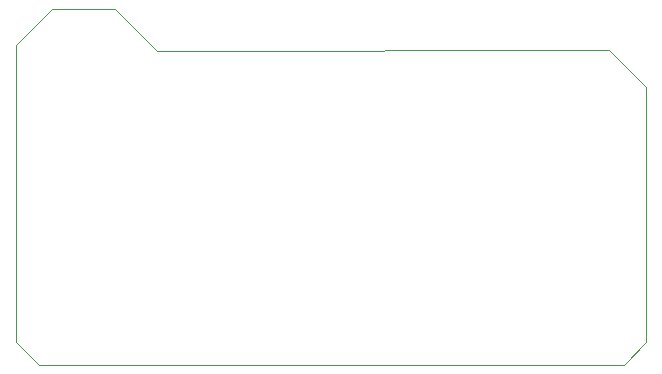
<source format=gbr>
%TF.GenerationSoftware,KiCad,Pcbnew,(5.1.7)-1*%
%TF.CreationDate,2021-01-13T20:41:06+01:00*%
%TF.ProjectId,MicroBBPS,4d696372-6f42-4425-9053-2e6b69636164,rev?*%
%TF.SameCoordinates,Original*%
%TF.FileFunction,Profile,NP*%
%FSLAX46Y46*%
G04 Gerber Fmt 4.6, Leading zero omitted, Abs format (unit mm)*
G04 Created by KiCad (PCBNEW (5.1.7)-1) date 2021-01-13 20:41:06*
%MOMM*%
%LPD*%
G01*
G04 APERTURE LIST*
%TA.AperFunction,Profile*%
%ADD10C,0.050000*%
%TD*%
G04 APERTURE END LIST*
D10*
X9398000Y13208000D02*
X47625000Y13335000D01*
X5842000Y16764000D02*
X9398000Y13208000D01*
X5080000Y16764000D02*
X5842000Y16764000D01*
X-2540000Y13716000D02*
X-2540000Y10160000D01*
X508000Y16764000D02*
X-2540000Y13716000D01*
X5080000Y16764000D02*
X508000Y16764000D01*
X6985000Y-13335000D02*
X24130000Y-13335000D01*
X3810000Y-13335000D02*
X6985000Y-13335000D01*
X-635000Y-13335000D02*
X3810000Y-13335000D01*
X-2540000Y-11430000D02*
X-635000Y-13335000D01*
X44450000Y-13335000D02*
X41275000Y-13335000D01*
X48895000Y-13335000D02*
X44450000Y-13335000D01*
X50800000Y-11430000D02*
X48895000Y-13335000D01*
X50800000Y10160000D02*
X47625000Y13335000D01*
X50800000Y10160000D02*
X50800000Y-11430000D01*
X41275000Y-13335000D02*
X24130000Y-13335000D01*
X-2540000Y10160000D02*
X-2540000Y-11430000D01*
M02*

</source>
